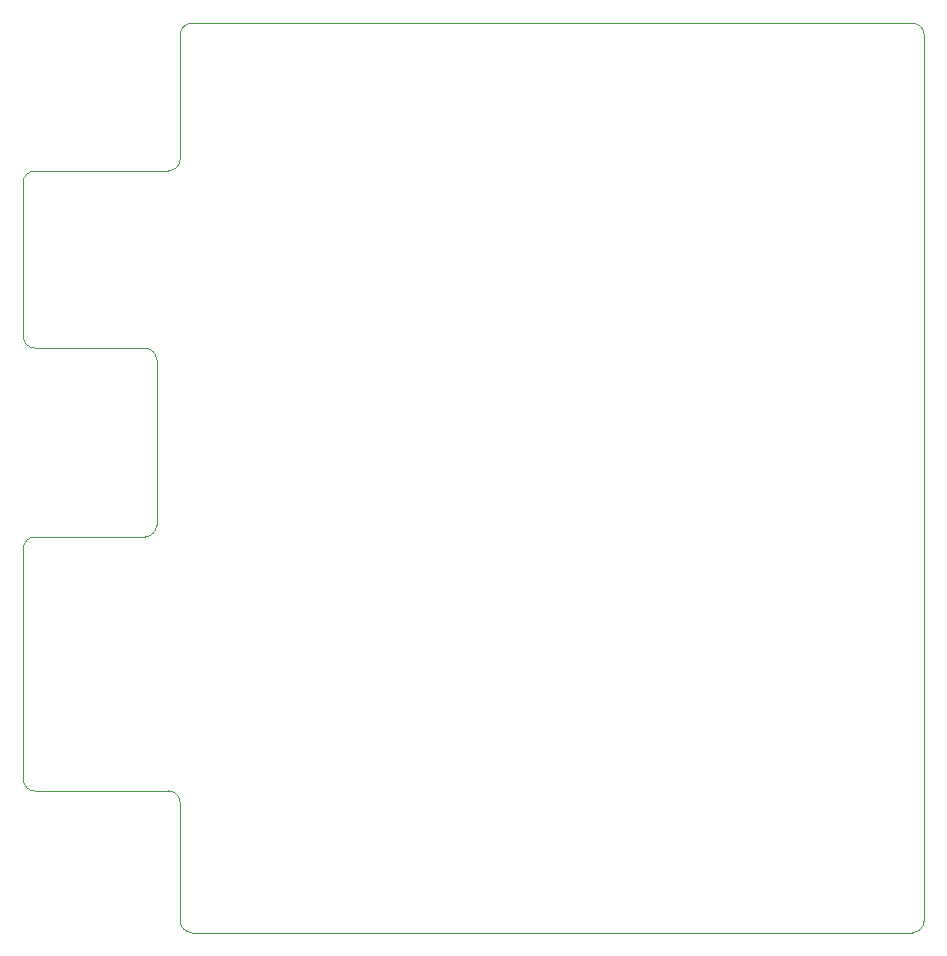
<source format=gbr>
%TF.GenerationSoftware,KiCad,Pcbnew,(6.0.11-0)*%
%TF.CreationDate,2023-05-17T22:58:48+12:00*%
%TF.ProjectId,controller-lower-cut,636f6e74-726f-46c6-9c65-722d6c6f7765,3.2*%
%TF.SameCoordinates,PX1c9c380PY1312d00*%
%TF.FileFunction,Profile,NP*%
%FSLAX46Y46*%
G04 Gerber Fmt 4.6, Leading zero omitted, Abs format (unit mm)*
G04 Created by KiCad (PCBNEW (6.0.11-0)) date 2023-05-17 22:58:48*
%MOMM*%
%LPD*%
G01*
G04 APERTURE LIST*
%TA.AperFunction,Profile*%
%ADD10C,0.100000*%
%TD*%
G04 APERTURE END LIST*
D10*
X6714193Y-74107107D02*
G75*
G03*
X7714216Y-75107107I1000007J7D01*
G01*
X81997109Y-87100009D02*
G75*
G03*
X82997109Y-86100000I-9J1000009D01*
G01*
X21014216Y-87100000D02*
X81997109Y-87100000D01*
X7714216Y-22607116D02*
G75*
G03*
X6714216Y-23607107I-16J-999984D01*
G01*
X6714216Y-36607107D02*
X6714216Y-23607107D01*
X6714216Y-74107107D02*
X6714216Y-54603554D01*
X7714216Y-75107107D02*
X19014216Y-75100000D01*
X20014200Y-86100000D02*
G75*
G03*
X21014216Y-87100000I1000000J0D01*
G01*
X7714216Y-53603516D02*
G75*
G03*
X6714216Y-54603554I-16J-999984D01*
G01*
X82997109Y-86100000D02*
X82997109Y-11100000D01*
X20007109Y-11100000D02*
X20007109Y-21600000D01*
X17014216Y-53596447D02*
X7714216Y-53603554D01*
X18014193Y-38607107D02*
G75*
G03*
X17014216Y-37607107I-999993J7D01*
G01*
X17014216Y-37607107D02*
X7714216Y-37607107D01*
X18014216Y-52596447D02*
X18014216Y-38607107D01*
X20014216Y-76100000D02*
X20014216Y-86100000D01*
X19007109Y-22600000D02*
X7714216Y-22607107D01*
X20014200Y-76100000D02*
G75*
G03*
X19014216Y-75100000I-1000000J0D01*
G01*
X21007109Y-10100009D02*
G75*
G03*
X20007109Y-11100000I-9J-999991D01*
G01*
X19007109Y-22600009D02*
G75*
G03*
X20007109Y-21600000I-9J1000009D01*
G01*
X17014216Y-53596416D02*
G75*
G03*
X18014216Y-52596447I-16J1000016D01*
G01*
X82997100Y-11100000D02*
G75*
G03*
X81997109Y-10100000I-1000000J0D01*
G01*
X21007109Y-10100000D02*
X81997109Y-10100000D01*
X6714193Y-36607107D02*
G75*
G03*
X7714216Y-37607107I1000007J7D01*
G01*
M02*

</source>
